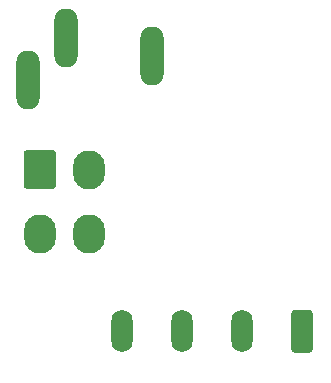
<source format=gbr>
%TF.GenerationSoftware,KiCad,Pcbnew,(5.1.9)-1*%
%TF.CreationDate,2021-07-15T17:24:24+09:00*%
%TF.ProjectId,4710MQ Power Supply,34373130-4d51-4205-906f-776572205375,rev?*%
%TF.SameCoordinates,Original*%
%TF.FileFunction,Soldermask,Bot*%
%TF.FilePolarity,Negative*%
%FSLAX46Y46*%
G04 Gerber Fmt 4.6, Leading zero omitted, Abs format (unit mm)*
G04 Created by KiCad (PCBNEW (5.1.9)-1) date 2021-07-15 17:24:24*
%MOMM*%
%LPD*%
G01*
G04 APERTURE LIST*
%ADD10O,2.000000X5.000000*%
%ADD11O,1.800000X3.600000*%
%ADD12O,2.700000X3.300000*%
G04 APERTURE END LIST*
D10*
%TO.C,J1*%
X130200000Y-104100000D03*
X127000000Y-107600000D03*
X137500000Y-105600000D03*
%TD*%
D11*
%TO.C,J3*%
X134960000Y-128900000D03*
X140040000Y-128900000D03*
X145120000Y-128900000D03*
G36*
G01*
X151100000Y-127350000D02*
X151100000Y-130450000D01*
G75*
G02*
X150850000Y-130700000I-250000J0D01*
G01*
X149550000Y-130700000D01*
G75*
G02*
X149300000Y-130450000I0J250000D01*
G01*
X149300000Y-127350000D01*
G75*
G02*
X149550000Y-127100000I250000J0D01*
G01*
X150850000Y-127100000D01*
G75*
G02*
X151100000Y-127350000I0J-250000D01*
G01*
G37*
%TD*%
D12*
%TO.C,J2*%
X132200000Y-120700000D03*
X128000000Y-120700000D03*
X132200000Y-115200000D03*
G36*
G01*
X126650000Y-116599999D02*
X126650000Y-113800001D01*
G75*
G02*
X126900001Y-113550000I250001J0D01*
G01*
X129099999Y-113550000D01*
G75*
G02*
X129350000Y-113800001I0J-250001D01*
G01*
X129350000Y-116599999D01*
G75*
G02*
X129099999Y-116850000I-250001J0D01*
G01*
X126900001Y-116850000D01*
G75*
G02*
X126650000Y-116599999I0J250001D01*
G01*
G37*
%TD*%
M02*

</source>
